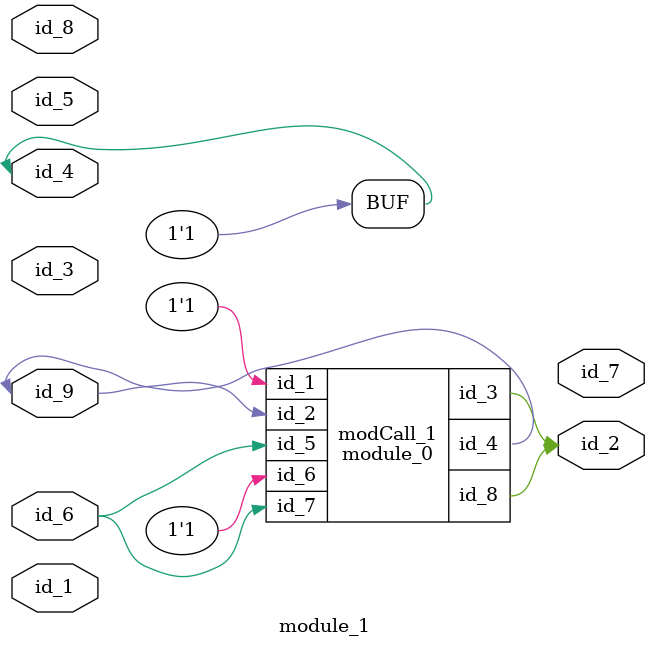
<source format=v>
module module_0 (
    id_1,
    id_2,
    id_3,
    id_4,
    id_5,
    id_6,
    id_7,
    id_8
);
  output wire id_8;
  input wire id_7;
  input wire id_6;
  input wire id_5;
  output wire id_4;
  output wire id_3;
  input wire id_2;
  input wire id_1;
endmodule
module module_1 (
    id_1,
    id_2,
    id_3,
    id_4,
    id_5,
    id_6,
    id_7,
    id_8,
    id_9
);
  inout wire id_9;
  inout wire id_8;
  output wire id_7;
  inout wire id_6;
  inout wire id_5;
  inout wire id_4;
  input wire id_3;
  output wire id_2;
  input wire id_1;
  assign id_4 = -1;
  module_0 modCall_1 (
      id_4,
      id_9,
      id_2,
      id_9,
      id_6,
      id_4,
      id_6,
      id_2
  );
endmodule

</source>
